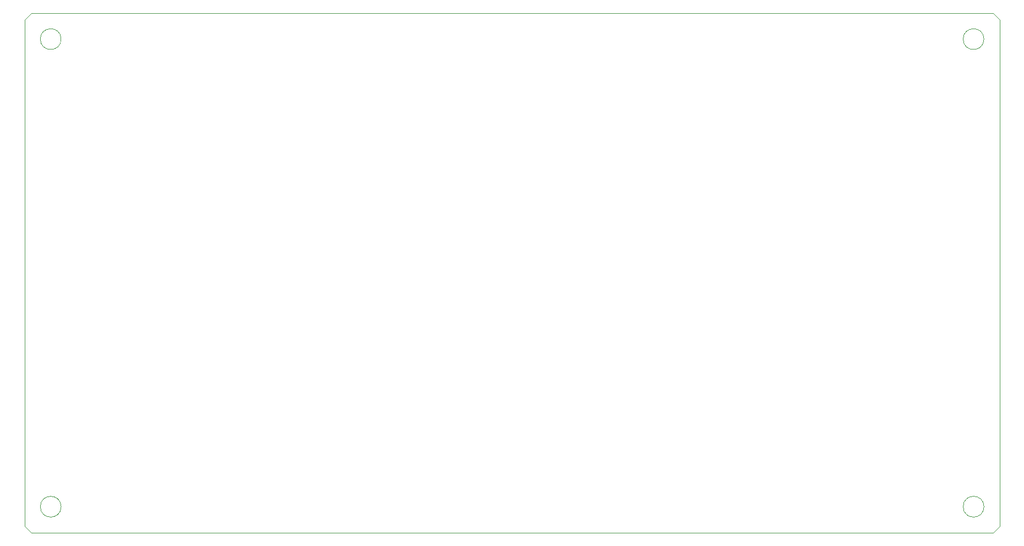
<source format=gm1>
G04 #@! TF.GenerationSoftware,KiCad,Pcbnew,7.0.1*
G04 #@! TF.CreationDate,2023-04-06T04:35:05-07:00*
G04 #@! TF.ProjectId,rps01,72707330-312e-46b6-9963-61645f706362,0*
G04 #@! TF.SameCoordinates,Original*
G04 #@! TF.FileFunction,Profile,NP*
%FSLAX46Y46*%
G04 Gerber Fmt 4.6, Leading zero omitted, Abs format (unit mm)*
G04 Created by KiCad (PCBNEW 7.0.1) date 2023-04-06 04:35:05*
%MOMM*%
%LPD*%
G01*
G04 APERTURE LIST*
G04 #@! TA.AperFunction,Profile*
%ADD10C,0.100000*%
G04 #@! TD*
G04 #@! TA.AperFunction,Profile*
%ADD11C,0.120000*%
G04 #@! TD*
G04 APERTURE END LIST*
D10*
X14000000Y-97480000D02*
X14000000Y-19480000D01*
X15000000Y-18480000D02*
X14000000Y-19480000D01*
X15000000Y-18480000D02*
X163000000Y-18480000D01*
X15000000Y-98480000D02*
X14000000Y-97480000D01*
X163000000Y-18480000D02*
X164000000Y-19480000D01*
X163000000Y-98480000D02*
X15000000Y-98480000D01*
X164000000Y-19480000D02*
X164000000Y-97480000D01*
X164000000Y-97480000D02*
X163000000Y-98480000D01*
D11*
X19600000Y-22480000D02*
G75*
G03*
X19600000Y-22480000I-1600000J0D01*
G01*
D10*
X19600000Y-94480000D02*
G75*
G03*
X19600000Y-94480000I-1600000J0D01*
G01*
X161600000Y-22480000D02*
G75*
G03*
X161600000Y-22480000I-1600000J0D01*
G01*
X161600000Y-94480000D02*
G75*
G03*
X161600000Y-94480000I-1600000J0D01*
G01*
M02*

</source>
